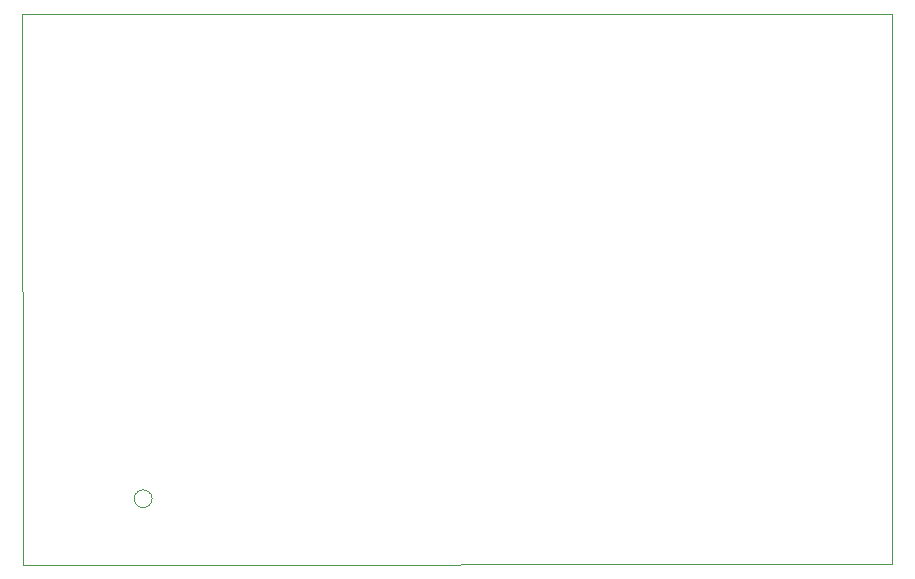
<source format=gm1>
G75*
%MOIN*%
%OFA0B0*%
%FSLAX24Y24*%
%IPPOS*%
%LPD*%
%AMOC8*
5,1,8,0,0,1.08239X$1,22.5*
%
%ADD10C,0.0039*%
%ADD11C,0.0000*%
D10*
X006772Y002972D02*
X035760Y002984D01*
X035760Y021311D01*
X006760Y021311D01*
X006772Y002972D01*
D11*
X010476Y005183D02*
X010478Y005217D01*
X010484Y005251D01*
X010494Y005284D01*
X010507Y005315D01*
X010525Y005345D01*
X010545Y005373D01*
X010569Y005398D01*
X010595Y005420D01*
X010623Y005438D01*
X010654Y005454D01*
X010686Y005466D01*
X010720Y005474D01*
X010754Y005478D01*
X010788Y005478D01*
X010822Y005474D01*
X010856Y005466D01*
X010888Y005454D01*
X010918Y005438D01*
X010947Y005420D01*
X010973Y005398D01*
X010997Y005373D01*
X011017Y005345D01*
X011035Y005315D01*
X011048Y005284D01*
X011058Y005251D01*
X011064Y005217D01*
X011066Y005183D01*
X011064Y005149D01*
X011058Y005115D01*
X011048Y005082D01*
X011035Y005051D01*
X011017Y005021D01*
X010997Y004993D01*
X010973Y004968D01*
X010947Y004946D01*
X010919Y004928D01*
X010888Y004912D01*
X010856Y004900D01*
X010822Y004892D01*
X010788Y004888D01*
X010754Y004888D01*
X010720Y004892D01*
X010686Y004900D01*
X010654Y004912D01*
X010623Y004928D01*
X010595Y004946D01*
X010569Y004968D01*
X010545Y004993D01*
X010525Y005021D01*
X010507Y005051D01*
X010494Y005082D01*
X010484Y005115D01*
X010478Y005149D01*
X010476Y005183D01*
M02*

</source>
